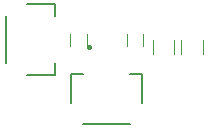
<source format=gbr>
%TF.GenerationSoftware,KiCad,Pcbnew,7.0.7*%
%TF.CreationDate,2024-01-09T13:38:50+07:00*%
%TF.ProjectId,Unified Daughterboard,556e6966-6965-4642-9044-617567687465,rev?*%
%TF.SameCoordinates,Original*%
%TF.FileFunction,Legend,Top*%
%TF.FilePolarity,Positive*%
%FSLAX46Y46*%
G04 Gerber Fmt 4.6, Leading zero omitted, Abs format (unit mm)*
G04 Created by KiCad (PCBNEW 7.0.7) date 2024-01-09 13:38:50*
%MOMM*%
%LPD*%
G01*
G04 APERTURE LIST*
%ADD10C,0.120000*%
%ADD11C,0.150000*%
%ADD12C,0.400000*%
G04 APERTURE END LIST*
D10*
%TO.C,L1*%
X103290000Y-65602064D02*
X103290000Y-64397936D01*
X105110000Y-65602064D02*
X105110000Y-64397936D01*
%TO.C,R1*%
X100080000Y-63900000D02*
X100080000Y-64900000D01*
X98720000Y-64900000D02*
X98720000Y-63900000D01*
D11*
%TO.C,J3*%
X94000000Y-67350000D02*
X95000000Y-67350000D01*
X94000000Y-69750000D02*
X94000000Y-67350000D01*
X99000000Y-67350000D02*
X100000000Y-67350000D01*
X99000000Y-71550000D02*
X95000000Y-71550000D01*
X100000000Y-67350000D02*
X100000000Y-69750000D01*
D10*
%TO.C,F1*%
X102710000Y-64397936D02*
X102710000Y-65602064D01*
X100890000Y-64397936D02*
X100890000Y-65602064D01*
D12*
%TO.C,U1*%
X95500000Y-65000000D02*
G75*
G03*
X95500000Y-65000000I0J0D01*
G01*
D10*
%TO.C,R2*%
X95280000Y-63900000D02*
X95280000Y-64900000D01*
X93920000Y-64900000D02*
X93920000Y-63900000D01*
D11*
%TO.C,J4*%
X92648000Y-61400000D02*
X92648000Y-62400000D01*
X90248000Y-61400000D02*
X92648000Y-61400000D01*
X92648000Y-66400000D02*
X92648000Y-67400000D01*
X88448000Y-66400000D02*
X88448000Y-62400000D01*
X92648000Y-67400000D02*
X90248000Y-67400000D01*
%TD*%
M02*

</source>
